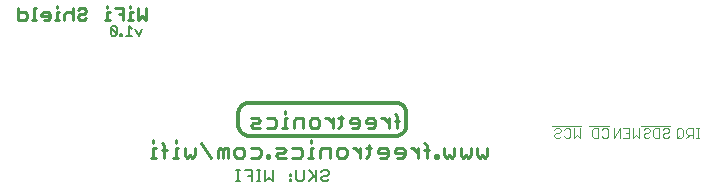
<source format=gbo>
G75*
G70*
%OFA0B0*%
%FSLAX24Y24*%
%IPPOS*%
%LPD*%
%AMOC8*
5,1,8,0,0,1.08239X$1,22.5*
%
%ADD10C,0.0120*%
%ADD11C,0.0100*%
%ADD12C,0.0080*%
%ADD13C,0.0090*%
%ADD14C,0.0050*%
%ADD15C,0.0040*%
D10*
X009987Y016715D02*
X014587Y016715D01*
X014624Y016708D01*
X014662Y016704D01*
X014700Y016703D01*
X014738Y016706D01*
X014776Y016713D01*
X014812Y016723D01*
X014848Y016736D01*
X014882Y016752D01*
X014915Y016772D01*
X014946Y016794D01*
X014974Y016820D01*
X015000Y016847D01*
X015024Y016877D01*
X015044Y016910D01*
X015062Y016943D01*
X015076Y016979D01*
X015087Y017015D01*
X015087Y017515D01*
X015080Y017551D01*
X015069Y017587D01*
X015055Y017621D01*
X015037Y017653D01*
X015015Y017684D01*
X014991Y017711D01*
X014964Y017737D01*
X014934Y017759D01*
X014902Y017778D01*
X014869Y017794D01*
X014834Y017806D01*
X014798Y017814D01*
X014761Y017818D01*
X014724Y017819D01*
X014687Y017815D01*
X009887Y017815D01*
X009850Y017819D01*
X009813Y017818D01*
X009776Y017814D01*
X009740Y017806D01*
X009705Y017794D01*
X009672Y017778D01*
X009640Y017759D01*
X009610Y017737D01*
X009583Y017711D01*
X009559Y017684D01*
X009537Y017653D01*
X009519Y017621D01*
X009505Y017587D01*
X009494Y017551D01*
X009487Y017515D01*
X009487Y017015D01*
X009498Y016979D01*
X009512Y016943D01*
X009530Y016910D01*
X009550Y016877D01*
X009574Y016847D01*
X009600Y016820D01*
X009628Y016794D01*
X009659Y016772D01*
X009692Y016752D01*
X009726Y016736D01*
X009762Y016723D01*
X009798Y016713D01*
X009836Y016706D01*
X009874Y016703D01*
X009912Y016704D01*
X009950Y016708D01*
X009987Y016715D01*
D11*
X009981Y016985D02*
X009901Y017065D01*
X009981Y017145D01*
X010141Y017145D01*
X010221Y017225D01*
X010141Y017305D01*
X009901Y017305D01*
X009981Y016985D02*
X010221Y016985D01*
X010435Y016985D02*
X010675Y016985D01*
X010755Y017065D01*
X010755Y017225D01*
X010675Y017305D01*
X010435Y017305D01*
X011031Y017305D02*
X011031Y016985D01*
X011111Y016985D02*
X010951Y016985D01*
X011325Y016985D02*
X011325Y017225D01*
X011405Y017305D01*
X011645Y017305D01*
X011645Y016985D01*
X011859Y017065D02*
X011859Y017225D01*
X011939Y017305D01*
X012099Y017305D01*
X012179Y017225D01*
X012179Y017065D01*
X012099Y016985D01*
X011939Y016985D01*
X011859Y017065D01*
X011903Y016574D02*
X011903Y016490D01*
X011903Y016324D02*
X011903Y015990D01*
X011986Y015990D02*
X011819Y015990D01*
X011618Y016073D02*
X011618Y016240D01*
X011534Y016324D01*
X011284Y016324D01*
X011065Y016240D02*
X010982Y016324D01*
X010732Y016324D01*
X010815Y016157D02*
X010982Y016157D01*
X011065Y016240D01*
X011065Y015990D02*
X010815Y015990D01*
X010732Y016073D01*
X010815Y016157D01*
X010513Y016073D02*
X010429Y016073D01*
X010429Y015990D01*
X010513Y015990D01*
X010513Y016073D01*
X010236Y016073D02*
X010236Y016240D01*
X010153Y016324D01*
X009903Y016324D01*
X009684Y016240D02*
X009684Y016073D01*
X009601Y015990D01*
X009434Y015990D01*
X009350Y016073D01*
X009350Y016240D01*
X009434Y016324D01*
X009601Y016324D01*
X009684Y016240D01*
X009903Y015990D02*
X010153Y015990D01*
X010236Y016073D01*
X011284Y015990D02*
X011534Y015990D01*
X011618Y016073D01*
X011903Y016324D02*
X011986Y016324D01*
X012205Y016240D02*
X012205Y015990D01*
X012205Y016240D02*
X012288Y016324D01*
X012538Y016324D01*
X012538Y015990D01*
X012757Y016073D02*
X012757Y016240D01*
X012841Y016324D01*
X013007Y016324D01*
X013091Y016240D01*
X013091Y016073D01*
X013007Y015990D01*
X012841Y015990D01*
X012757Y016073D01*
X013301Y016324D02*
X013384Y016324D01*
X013551Y016157D01*
X013551Y015990D02*
X013551Y016324D01*
X013753Y016324D02*
X013920Y016324D01*
X013836Y016407D02*
X013836Y016073D01*
X013753Y015990D01*
X014138Y016157D02*
X014472Y016157D01*
X014472Y016240D02*
X014389Y016324D01*
X014222Y016324D01*
X014138Y016240D01*
X014138Y016157D01*
X014222Y015990D02*
X014389Y015990D01*
X014472Y016073D01*
X014472Y016240D01*
X014691Y016240D02*
X014691Y016157D01*
X015025Y016157D01*
X015025Y016240D02*
X014941Y016324D01*
X014774Y016324D01*
X014691Y016240D01*
X014774Y015990D02*
X014941Y015990D01*
X015025Y016073D01*
X015025Y016240D01*
X015235Y016324D02*
X015318Y016324D01*
X015485Y016157D01*
X015485Y015990D02*
X015485Y016324D01*
X015686Y016240D02*
X015853Y016240D01*
X015770Y016407D02*
X015686Y016490D01*
X015770Y016407D02*
X015770Y015990D01*
X016046Y015990D02*
X016129Y015990D01*
X016129Y016073D01*
X016046Y016073D01*
X016046Y015990D01*
X016348Y016073D02*
X016348Y016324D01*
X016348Y016073D02*
X016432Y015990D01*
X016515Y016073D01*
X016599Y015990D01*
X016682Y016073D01*
X016682Y016324D01*
X016901Y016324D02*
X016901Y016073D01*
X016984Y015990D01*
X017068Y016073D01*
X017151Y015990D01*
X017234Y016073D01*
X017234Y016324D01*
X017453Y016324D02*
X017453Y016073D01*
X017537Y015990D01*
X017620Y016073D01*
X017703Y015990D01*
X017787Y016073D01*
X017787Y016324D01*
X014849Y017225D02*
X014689Y017225D01*
X014769Y017385D02*
X014689Y017465D01*
X014769Y017385D02*
X014769Y016985D01*
X014493Y016985D02*
X014493Y017305D01*
X014333Y017305D02*
X014253Y017305D01*
X014333Y017305D02*
X014493Y017145D01*
X014048Y017145D02*
X013728Y017145D01*
X013728Y017225D01*
X013808Y017305D01*
X013968Y017305D01*
X014048Y017225D01*
X014048Y017065D01*
X013968Y016985D01*
X013808Y016985D01*
X013514Y017065D02*
X013514Y017225D01*
X013434Y017305D01*
X013274Y017305D01*
X013194Y017225D01*
X013194Y017145D01*
X013514Y017145D01*
X013514Y017065D02*
X013434Y016985D01*
X013274Y016985D01*
X012900Y017065D02*
X012820Y016985D01*
X012900Y017065D02*
X012900Y017385D01*
X012980Y017305D02*
X012820Y017305D01*
X012624Y017305D02*
X012624Y016985D01*
X012624Y017145D02*
X012464Y017305D01*
X012384Y017305D01*
X011111Y017305D02*
X011031Y017305D01*
X011031Y017465D02*
X011031Y017545D01*
X009131Y016324D02*
X009131Y015990D01*
X008965Y015990D02*
X008965Y016240D01*
X008881Y016324D01*
X008798Y016240D01*
X008798Y015990D01*
X008579Y015990D02*
X008245Y016490D01*
X008027Y016324D02*
X008027Y016073D01*
X007943Y015990D01*
X007860Y016073D01*
X007776Y015990D01*
X007693Y016073D01*
X007693Y016324D01*
X007474Y016324D02*
X007391Y016324D01*
X007391Y015990D01*
X007474Y015990D02*
X007307Y015990D01*
X007022Y015990D02*
X007022Y016407D01*
X006939Y016490D01*
X006939Y016240D02*
X007106Y016240D01*
X006737Y016324D02*
X006654Y016324D01*
X006654Y015990D01*
X006737Y015990D02*
X006571Y015990D01*
X006654Y016490D02*
X006654Y016574D01*
X007391Y016574D02*
X007391Y016490D01*
X008965Y016240D02*
X009048Y016324D01*
X009131Y016324D01*
D12*
X009404Y015205D02*
X009527Y015205D01*
X009466Y015205D02*
X009466Y015575D01*
X009527Y015575D02*
X009404Y015575D01*
X009695Y015575D02*
X009942Y015575D01*
X009942Y015205D01*
X010094Y015205D02*
X010218Y015205D01*
X010156Y015205D02*
X010156Y015575D01*
X010218Y015575D02*
X010094Y015575D01*
X009942Y015390D02*
X009818Y015390D01*
X010385Y015205D02*
X010385Y015575D01*
X010632Y015575D02*
X010632Y015205D01*
X010509Y015328D01*
X010385Y015205D01*
X011192Y015205D02*
X011254Y015205D01*
X011254Y015267D01*
X011192Y015267D01*
X011192Y015205D01*
X011192Y015390D02*
X011254Y015390D01*
X011254Y015452D01*
X011192Y015452D01*
X011192Y015390D01*
X011421Y015267D02*
X011421Y015575D01*
X011668Y015575D02*
X011668Y015267D01*
X011606Y015205D01*
X011483Y015205D01*
X011421Y015267D01*
X011836Y015205D02*
X012021Y015390D01*
X012083Y015328D02*
X011836Y015575D01*
X012083Y015575D02*
X012083Y015205D01*
X012250Y015267D02*
X012312Y015205D01*
X012435Y015205D01*
X012497Y015267D01*
X012435Y015390D02*
X012312Y015390D01*
X012250Y015328D01*
X012250Y015267D01*
X012435Y015390D02*
X012497Y015452D01*
X012497Y015514D01*
X012435Y015575D01*
X012312Y015575D01*
X012250Y015514D01*
D13*
X006417Y020585D02*
X006280Y020722D01*
X006143Y020585D01*
X006143Y020995D01*
X005956Y020859D02*
X005888Y020859D01*
X005888Y020585D01*
X005956Y020585D02*
X005820Y020585D01*
X005650Y020585D02*
X005650Y020995D01*
X005376Y020995D01*
X005189Y020859D02*
X005121Y020859D01*
X005121Y020585D01*
X005189Y020585D02*
X005052Y020585D01*
X005121Y020995D02*
X005121Y021064D01*
X005513Y020790D02*
X005650Y020790D01*
X005888Y020995D02*
X005888Y021064D01*
X006417Y020995D02*
X006417Y020585D01*
X004422Y020653D02*
X004353Y020585D01*
X004217Y020585D01*
X004148Y020653D01*
X004148Y020722D01*
X004217Y020790D01*
X004353Y020790D01*
X004422Y020859D01*
X004422Y020927D01*
X004353Y020995D01*
X004217Y020995D01*
X004148Y020927D01*
X003961Y020995D02*
X003961Y020585D01*
X003961Y020790D02*
X003893Y020859D01*
X003756Y020859D01*
X003688Y020790D01*
X003688Y020585D01*
X003501Y020585D02*
X003364Y020585D01*
X003433Y020585D02*
X003433Y020859D01*
X003501Y020859D01*
X003433Y020995D02*
X003433Y021064D01*
X003194Y020790D02*
X003126Y020859D01*
X002989Y020859D01*
X002921Y020790D01*
X002921Y020722D01*
X003194Y020722D01*
X003194Y020790D02*
X003194Y020653D01*
X003126Y020585D01*
X002989Y020585D01*
X002734Y020585D02*
X002597Y020585D01*
X002665Y020585D02*
X002665Y020995D01*
X002734Y020995D01*
X002427Y020790D02*
X002358Y020859D01*
X002153Y020859D01*
X002153Y020995D02*
X002153Y020585D01*
X002358Y020585D01*
X002427Y020653D01*
X002427Y020790D01*
D14*
X005226Y020324D02*
X005433Y020117D01*
X005381Y020065D01*
X005278Y020065D01*
X005226Y020117D01*
X005226Y020324D01*
X005278Y020375D01*
X005381Y020375D01*
X005433Y020324D01*
X005433Y020117D01*
X005547Y020117D02*
X005547Y020065D01*
X005599Y020065D01*
X005599Y020117D01*
X005547Y020117D01*
X005724Y020065D02*
X005930Y020065D01*
X005827Y020065D02*
X005827Y020375D01*
X005930Y020272D01*
X006055Y020272D02*
X006158Y020065D01*
X006262Y020272D01*
D15*
X019926Y017050D02*
X020893Y017050D01*
X020873Y016970D02*
X020873Y016660D01*
X020770Y016763D01*
X020666Y016660D01*
X020666Y016970D01*
X020551Y016919D02*
X020551Y016712D01*
X020499Y016660D01*
X020396Y016660D01*
X020344Y016712D01*
X020229Y016712D02*
X020177Y016660D01*
X020073Y016660D01*
X020022Y016712D01*
X020022Y016763D01*
X020073Y016815D01*
X020177Y016815D01*
X020229Y016867D01*
X020229Y016919D01*
X020177Y016970D01*
X020073Y016970D01*
X020022Y016919D01*
X020344Y016919D02*
X020396Y016970D01*
X020499Y016970D01*
X020551Y016919D01*
X021186Y017050D02*
X021831Y017050D01*
X021759Y016970D02*
X021655Y016970D01*
X021604Y016919D01*
X021488Y016970D02*
X021333Y016970D01*
X021282Y016919D01*
X021282Y016712D01*
X021333Y016660D01*
X021488Y016660D01*
X021488Y016970D01*
X021759Y016970D02*
X021811Y016919D01*
X021811Y016712D01*
X021759Y016660D01*
X021655Y016660D01*
X021604Y016712D01*
X021990Y016660D02*
X021990Y016970D01*
X022197Y016970D02*
X021990Y016660D01*
X022197Y016660D02*
X022197Y016970D01*
X022313Y016970D02*
X022520Y016970D01*
X022520Y016660D01*
X022313Y016660D01*
X022416Y016815D02*
X022520Y016815D01*
X022635Y016660D02*
X022635Y016970D01*
X022842Y016970D02*
X022842Y016660D01*
X022738Y016763D01*
X022635Y016660D01*
X022990Y016712D02*
X023042Y016660D01*
X023146Y016660D01*
X023197Y016712D01*
X023146Y016815D02*
X023042Y016815D01*
X022990Y016763D01*
X022990Y016712D01*
X023146Y016815D02*
X023197Y016867D01*
X023197Y016919D01*
X023146Y016970D01*
X023042Y016970D01*
X022990Y016919D01*
X022895Y017050D02*
X023862Y017050D01*
X023790Y016970D02*
X023687Y016970D01*
X023635Y016919D01*
X023687Y016815D02*
X023635Y016763D01*
X023635Y016712D01*
X023687Y016660D01*
X023790Y016660D01*
X023842Y016712D01*
X023790Y016815D02*
X023687Y016815D01*
X023790Y016815D02*
X023842Y016867D01*
X023842Y016919D01*
X023790Y016970D01*
X023520Y016970D02*
X023520Y016660D01*
X023364Y016660D01*
X023313Y016712D01*
X023313Y016919D01*
X023364Y016970D01*
X023520Y016970D01*
X024098Y016919D02*
X024098Y016712D01*
X024150Y016660D01*
X024253Y016660D01*
X024305Y016712D01*
X024305Y016919D01*
X024253Y016970D01*
X024150Y016970D01*
X024098Y016919D01*
X024201Y016763D02*
X024098Y016660D01*
X024420Y016660D02*
X024524Y016763D01*
X024472Y016763D02*
X024627Y016763D01*
X024627Y016660D02*
X024627Y016970D01*
X024472Y016970D01*
X024420Y016919D01*
X024420Y016815D01*
X024472Y016763D01*
X024738Y016660D02*
X024842Y016660D01*
X024790Y016660D02*
X024790Y016970D01*
X024842Y016970D02*
X024738Y016970D01*
M02*

</source>
